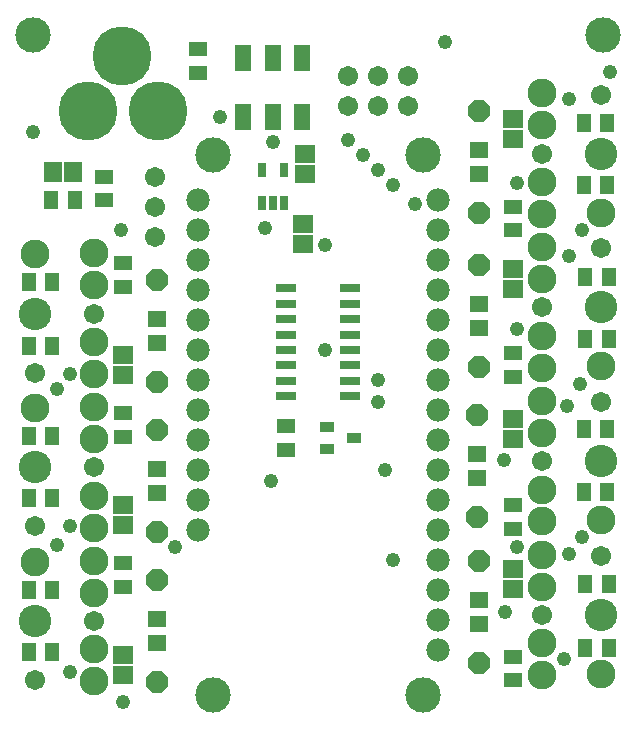
<source format=gts>
G75*
%MOIN*%
%OFA0B0*%
%FSLAX25Y25*%
%IPPOS*%
%LPD*%
%AMOC8*
5,1,8,0,0,1.08239X$1,22.5*
%
%ADD10C,0.11824*%
%ADD11R,0.04934X0.03359*%
%ADD12R,0.06706X0.05918*%
%ADD13R,0.05918X0.06706*%
%ADD14R,0.03162X0.05131*%
%ADD15OC8,0.07400*%
%ADD16R,0.06299X0.05512*%
%ADD17R,0.05131X0.06312*%
%ADD18R,0.06312X0.05131*%
%ADD19R,0.06706X0.03162*%
%ADD20C,0.06737*%
%ADD21C,0.10800*%
%ADD22C,0.09658*%
%ADD23C,0.06706*%
%ADD24C,0.19698*%
%ADD25C,0.07800*%
%ADD26R,0.05524X0.08674*%
%ADD27C,0.04762*%
D10*
X0084954Y0015000D03*
X0154954Y0015000D03*
X0154954Y0195000D03*
X0214954Y0235000D03*
X0084954Y0195000D03*
X0024954Y0235000D03*
D11*
X0122926Y0104365D03*
X0122926Y0096885D03*
X0131981Y0100625D03*
D12*
X0184954Y0100404D03*
X0184954Y0107096D03*
X0184954Y0150404D03*
X0184954Y0157096D03*
X0184954Y0200404D03*
X0184954Y0207096D03*
X0115579Y0195221D03*
X0115579Y0188529D03*
X0114954Y0172096D03*
X0114954Y0165404D03*
X0054954Y0128346D03*
X0054954Y0121654D03*
X0054954Y0078346D03*
X0054954Y0071654D03*
X0054954Y0028346D03*
X0054954Y0021654D03*
X0184954Y0050404D03*
X0184954Y0057096D03*
D13*
X0038300Y0189375D03*
X0031607Y0189375D03*
D14*
X0101213Y0189887D03*
X0108694Y0189887D03*
X0108694Y0178863D03*
X0104954Y0178863D03*
X0101213Y0178863D03*
D15*
X0066204Y0153250D03*
X0066204Y0119250D03*
X0066204Y0103250D03*
X0066204Y0069250D03*
X0066204Y0053250D03*
X0066204Y0019250D03*
X0173704Y0025500D03*
X0173704Y0059500D03*
X0173079Y0074250D03*
X0173079Y0108250D03*
X0173704Y0124250D03*
X0173704Y0158250D03*
X0173704Y0175500D03*
X0173704Y0209500D03*
D16*
X0173704Y0196537D03*
X0173704Y0188463D03*
X0173704Y0145287D03*
X0173704Y0137213D03*
X0173079Y0095287D03*
X0173079Y0087213D03*
X0173704Y0046537D03*
X0173704Y0038463D03*
X0066204Y0040287D03*
X0066204Y0032213D03*
X0066204Y0082213D03*
X0066204Y0090287D03*
X0066204Y0132213D03*
X0066204Y0140287D03*
D17*
X0031391Y0131250D03*
X0023517Y0131250D03*
X0023517Y0152500D03*
X0031391Y0152500D03*
X0031017Y0180000D03*
X0038891Y0180000D03*
X0031391Y0101250D03*
X0023517Y0101250D03*
X0023517Y0080625D03*
X0031391Y0080625D03*
X0031391Y0050000D03*
X0023517Y0050000D03*
X0023517Y0029375D03*
X0031391Y0029375D03*
X0208517Y0082500D03*
X0216391Y0082500D03*
X0216391Y0103750D03*
X0208517Y0103750D03*
X0209142Y0133750D03*
X0217016Y0133750D03*
X0217016Y0154375D03*
X0209142Y0154375D03*
X0208517Y0185000D03*
X0216391Y0185000D03*
X0216391Y0205625D03*
X0208517Y0205625D03*
X0209142Y0051875D03*
X0217016Y0051875D03*
X0217016Y0030625D03*
X0209142Y0030625D03*
D18*
X0184954Y0027687D03*
X0184954Y0019813D03*
X0184954Y0070438D03*
X0184954Y0078312D03*
X0184954Y0121063D03*
X0184954Y0128937D03*
X0184954Y0169813D03*
X0184954Y0177687D03*
X0109329Y0104562D03*
X0109329Y0096688D03*
X0054954Y0101063D03*
X0054954Y0108937D03*
X0054954Y0151063D03*
X0054954Y0158937D03*
X0048704Y0179813D03*
X0048704Y0187687D03*
X0079954Y0222313D03*
X0079954Y0230187D03*
X0054954Y0058937D03*
X0054954Y0051063D03*
D19*
X0109324Y0114646D03*
X0109324Y0119764D03*
X0109324Y0124882D03*
X0109324Y0130000D03*
X0109324Y0135118D03*
X0109324Y0140236D03*
X0109324Y0145354D03*
X0109324Y0150472D03*
X0130583Y0150472D03*
X0130583Y0145354D03*
X0130583Y0140236D03*
X0130583Y0135118D03*
X0130583Y0130000D03*
X0130583Y0124882D03*
X0130583Y0119764D03*
X0130583Y0114646D03*
D20*
X0065579Y0167500D03*
X0065579Y0177500D03*
X0065579Y0187500D03*
X0129954Y0211250D03*
X0139954Y0211250D03*
X0149954Y0211250D03*
X0149954Y0221250D03*
X0139954Y0221250D03*
X0129954Y0221250D03*
D21*
X0214324Y0195394D03*
X0214324Y0144144D03*
X0214324Y0092894D03*
X0214324Y0041644D03*
X0025583Y0039606D03*
X0025583Y0090856D03*
X0025583Y0142106D03*
D22*
X0025583Y0161791D03*
X0045269Y0162185D03*
X0045269Y0151555D03*
X0045269Y0132657D03*
X0045269Y0122028D03*
X0045269Y0110935D03*
X0045269Y0100305D03*
X0045269Y0081407D03*
X0045269Y0070778D03*
X0045269Y0059685D03*
X0045269Y0049055D03*
X0045269Y0030157D03*
X0045269Y0019528D03*
X0025583Y0059291D03*
X0025583Y0110541D03*
X0194639Y0112972D03*
X0194639Y0102343D03*
X0194639Y0083445D03*
X0194639Y0072815D03*
X0194639Y0061722D03*
X0194639Y0051093D03*
X0194639Y0032195D03*
X0194639Y0021565D03*
X0214324Y0021959D03*
X0214324Y0073209D03*
X0214324Y0124459D03*
X0194639Y0124065D03*
X0194639Y0134695D03*
X0194639Y0153593D03*
X0194639Y0164222D03*
X0194639Y0175315D03*
X0194639Y0185945D03*
X0194639Y0204843D03*
X0194639Y0215472D03*
X0214324Y0175709D03*
D23*
X0025583Y0019921D03*
X0045269Y0039606D03*
X0025583Y0071171D03*
X0045269Y0090856D03*
X0025583Y0122421D03*
X0045269Y0142106D03*
X0194639Y0144144D03*
X0214324Y0163829D03*
X0194639Y0195394D03*
X0214324Y0215079D03*
X0214324Y0112579D03*
X0194639Y0092894D03*
X0214324Y0061329D03*
X0194639Y0041644D03*
D24*
X0066528Y0209606D03*
X0054717Y0228110D03*
X0043300Y0209606D03*
D25*
X0079954Y0180000D03*
X0079954Y0170000D03*
X0079954Y0160000D03*
X0079954Y0150000D03*
X0079954Y0140000D03*
X0079954Y0130000D03*
X0079954Y0120000D03*
X0079954Y0110000D03*
X0079954Y0100000D03*
X0079954Y0090000D03*
X0079954Y0080000D03*
X0079954Y0070000D03*
X0159954Y0070000D03*
X0159954Y0060000D03*
X0159954Y0050000D03*
X0159954Y0040000D03*
X0159954Y0030000D03*
X0159954Y0080000D03*
X0159954Y0090000D03*
X0159954Y0100000D03*
X0159954Y0110000D03*
X0159954Y0120000D03*
X0159954Y0130000D03*
X0159954Y0140000D03*
X0159954Y0150000D03*
X0159954Y0160000D03*
X0159954Y0170000D03*
X0159954Y0180000D03*
D26*
X0114796Y0207657D03*
X0104954Y0207657D03*
X0095111Y0207657D03*
X0095111Y0227343D03*
X0104954Y0227343D03*
X0114796Y0227343D03*
D27*
X0104954Y0199375D03*
X0087454Y0207500D03*
X0102454Y0170625D03*
X0122454Y0165000D03*
X0144954Y0185000D03*
X0139954Y0190000D03*
X0134954Y0195000D03*
X0129954Y0200000D03*
X0152454Y0178750D03*
X0186204Y0185625D03*
X0208079Y0170000D03*
X0203704Y0161250D03*
X0186204Y0136875D03*
X0207454Y0118750D03*
X0203079Y0111250D03*
X0181829Y0093125D03*
X0208079Y0067500D03*
X0203704Y0061875D03*
X0186204Y0064375D03*
X0182454Y0042500D03*
X0201829Y0026875D03*
X0144954Y0060000D03*
X0142454Y0090000D03*
X0139954Y0112500D03*
X0139954Y0120000D03*
X0122454Y0130000D03*
X0104329Y0086250D03*
X0072454Y0064375D03*
X0037454Y0071250D03*
X0033079Y0065000D03*
X0037454Y0022500D03*
X0054954Y0012500D03*
X0033079Y0116875D03*
X0037454Y0121875D03*
X0054329Y0170000D03*
X0024954Y0202500D03*
X0162454Y0232500D03*
X0203704Y0213750D03*
X0217454Y0222500D03*
M02*

</source>
